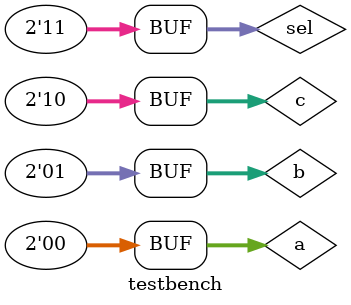
<source format=v>
`timescale 1 ns / 100 ps
module testbench;
    // input and output test signals
    reg  [1:0] a;
	reg  [1:0] b;
    reg  [1:0] c;
	reg  [1:0] sel;
	wire [1:0] y_case_correct;
	wire [1:0] y_casex_correct;
	wire [1:0] y_case_latch;
 
   // creating the instance of the module we want to test
	b2_mux_3_1_case_latch b2_mux_3_1_case_latch(a,b,c,sel,y_case_latch);
	b2_mux_3_1_case_correct b2_mux_3_1_case_correct(a,b,c,sel,y_case_correct);
	b2_mux_3_1_casex_correct b2_mux_3_1_casex_correct(a,b,c,sel,y_casex_correct);
	
	initial 
        begin
			a = 2'b00;
			b = 2'b01;
			c = 2'b10;
			#5;
            sel = 2'b00;     // sel change to 00; a -> y
			#10;
			sel = 2'b01;     // sel change to 01; b -> y
			#10
			sel = 2'b10;     // sel change to 10; c -> y
			#10;
			sel = 2'b11;     // sel change to 11; ? -> y
			#10;
			sel = 2'b00;     // sel change to 00; a -> y
			#10;
			sel = 2'b11;     // sel change to 11; ? -> y
			#10;
        end
    // do at the beginning of the simulation
    //  print signal values on every change
    initial 
        $monitor("a=%b b=%b c=%b sel=%b y_case_latch=%b y_case_correct=%b y_casex_correct=%b", 
		         a, b, c, sel, y_case_latch, y_case_correct, y_casex_correct);
    // do at the beginning of the simulation
    initial 
        $dumpvars;  //iverilog dump init
endmodule

</source>
